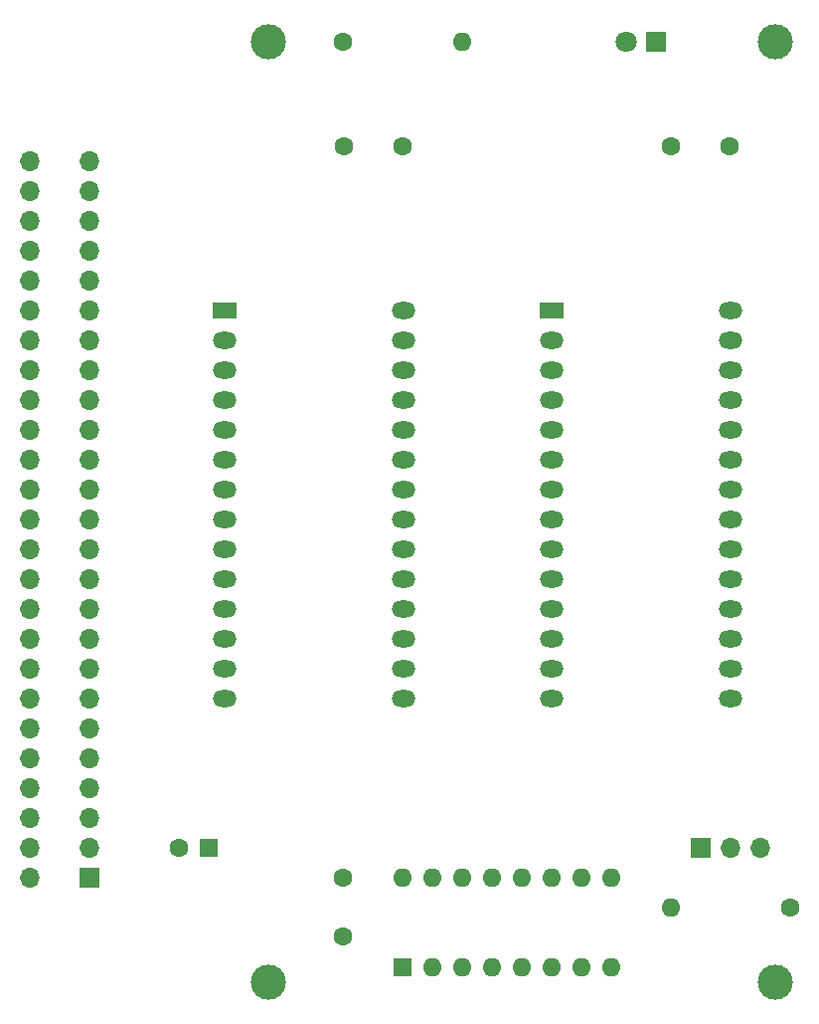
<source format=gts>
G04 #@! TF.GenerationSoftware,KiCad,Pcbnew,8.0.9-8.0.9-0~ubuntu22.04.1*
G04 #@! TF.CreationDate,2025-06-29T10:23:52+10:00*
G04 #@! TF.ProjectId,Memory_Expansion_Cartridge,4d656d6f-7279-45f4-9578-70616e73696f,rev?*
G04 #@! TF.SameCoordinates,Original*
G04 #@! TF.FileFunction,Soldermask,Top*
G04 #@! TF.FilePolarity,Negative*
%FSLAX46Y46*%
G04 Gerber Fmt 4.6, Leading zero omitted, Abs format (unit mm)*
G04 Created by KiCad (PCBNEW 8.0.9-8.0.9-0~ubuntu22.04.1) date 2025-06-29 10:23:52*
%MOMM*%
%LPD*%
G01*
G04 APERTURE LIST*
%ADD10R,1.800000X1.800000*%
%ADD11C,1.800000*%
%ADD12C,3.000000*%
%ADD13C,1.600000*%
%ADD14R,2.000000X1.440000*%
%ADD15O,2.000000X1.440000*%
%ADD16R,1.600000X1.600000*%
%ADD17O,1.600000X1.600000*%
%ADD18R,1.700000X1.700000*%
%ADD19O,1.700000X1.700000*%
G04 APERTURE END LIST*
D10*
X153670000Y-46990000D03*
D11*
X151130000Y-46990000D03*
D12*
X120650000Y-127000000D03*
D13*
X127000000Y-118110000D03*
X127000000Y-123110000D03*
D14*
X144780000Y-69850000D03*
D15*
X144780000Y-72390000D03*
X144780000Y-74930000D03*
X144780000Y-77470000D03*
X144780000Y-80010000D03*
X144780000Y-82550000D03*
X144780000Y-85090000D03*
X144780000Y-87630000D03*
X144780000Y-90170000D03*
X144780000Y-92710000D03*
X144780000Y-95250000D03*
X144780000Y-97790000D03*
X144780000Y-100330000D03*
X144780000Y-102870000D03*
X160020000Y-102870000D03*
X160020000Y-100330000D03*
X160020000Y-97790000D03*
X160020000Y-95250000D03*
X160020000Y-92710000D03*
X160020000Y-90170000D03*
X160020000Y-87630000D03*
X160020000Y-85090000D03*
X160020000Y-82550000D03*
X160020000Y-80010000D03*
X160020000Y-77470000D03*
X160020000Y-74930000D03*
X160020000Y-72390000D03*
X160020000Y-69850000D03*
D12*
X163830000Y-46990000D03*
D16*
X132080000Y-125730000D03*
D17*
X134620000Y-125730000D03*
X137160000Y-125730000D03*
X139700000Y-125730000D03*
X142240000Y-125730000D03*
X144780000Y-125730000D03*
X147320000Y-125730000D03*
X149860000Y-125730000D03*
X149860000Y-118110000D03*
X147320000Y-118110000D03*
X144780000Y-118110000D03*
X142240000Y-118110000D03*
X139700000Y-118110000D03*
X137160000Y-118110000D03*
X134620000Y-118110000D03*
X132080000Y-118110000D03*
D13*
X127000000Y-46990000D03*
D17*
X137160000Y-46990000D03*
D14*
X116920000Y-69850000D03*
D15*
X116920000Y-72390000D03*
X116920000Y-74930000D03*
X116920000Y-77470000D03*
X116920000Y-80010000D03*
X116920000Y-82550000D03*
X116920000Y-85090000D03*
X116920000Y-87630000D03*
X116920000Y-90170000D03*
X116920000Y-92710000D03*
X116920000Y-95250000D03*
X116920000Y-97790000D03*
X116920000Y-100330000D03*
X116920000Y-102870000D03*
X132160000Y-102870000D03*
X132160000Y-100330000D03*
X132160000Y-97790000D03*
X132160000Y-95250000D03*
X132160000Y-92710000D03*
X132160000Y-90170000D03*
X132160000Y-87630000D03*
X132160000Y-85090000D03*
X132160000Y-82550000D03*
X132160000Y-80010000D03*
X132160000Y-77470000D03*
X132160000Y-74930000D03*
X132160000Y-72390000D03*
X132160000Y-69850000D03*
D18*
X157480000Y-115570000D03*
D19*
X160020000Y-115570000D03*
X162560000Y-115570000D03*
D16*
X115570000Y-115570000D03*
D13*
X113070000Y-115570000D03*
D12*
X120650000Y-46990000D03*
D13*
X159940000Y-55880000D03*
X154940000Y-55880000D03*
X132080000Y-55880000D03*
X127080000Y-55880000D03*
X165100000Y-120650000D03*
D17*
X154940000Y-120650000D03*
D12*
X163830000Y-127000000D03*
D18*
X105410000Y-118110000D03*
D19*
X100330000Y-118110000D03*
X105410000Y-115570000D03*
X100330000Y-115570000D03*
X105410000Y-113030000D03*
X100330000Y-113030000D03*
X105410000Y-110490000D03*
X100330000Y-110490000D03*
X105410000Y-107950000D03*
X100330000Y-107950000D03*
X105410000Y-105410000D03*
X100330000Y-105410000D03*
X105410000Y-102870000D03*
X100330000Y-102870000D03*
X105410000Y-100330000D03*
X100330000Y-100330000D03*
X105410000Y-97790000D03*
X100330000Y-97790000D03*
X105410000Y-95250000D03*
X100330000Y-95250000D03*
X105410000Y-92710000D03*
X100330000Y-92710000D03*
X105410000Y-90170000D03*
X100330000Y-90170000D03*
X105410000Y-87630000D03*
X100330000Y-87630000D03*
X105410000Y-85090000D03*
X100330000Y-85090000D03*
X105410000Y-82550000D03*
X100330000Y-82550000D03*
X105410000Y-80010000D03*
X100330000Y-80010000D03*
X105410000Y-77470000D03*
X100330000Y-77470000D03*
X105410000Y-74930000D03*
X100330000Y-74930000D03*
X105410000Y-72390000D03*
X100330000Y-72390000D03*
X105410000Y-69850000D03*
X100330000Y-69850000D03*
X105410000Y-67310000D03*
X100330000Y-67310000D03*
X105410000Y-64770000D03*
X100330000Y-64770000D03*
X105410000Y-62230000D03*
X100330000Y-62230000D03*
X105410000Y-59690000D03*
X100330000Y-59690000D03*
X105410000Y-57150000D03*
X100330000Y-57150000D03*
M02*

</source>
